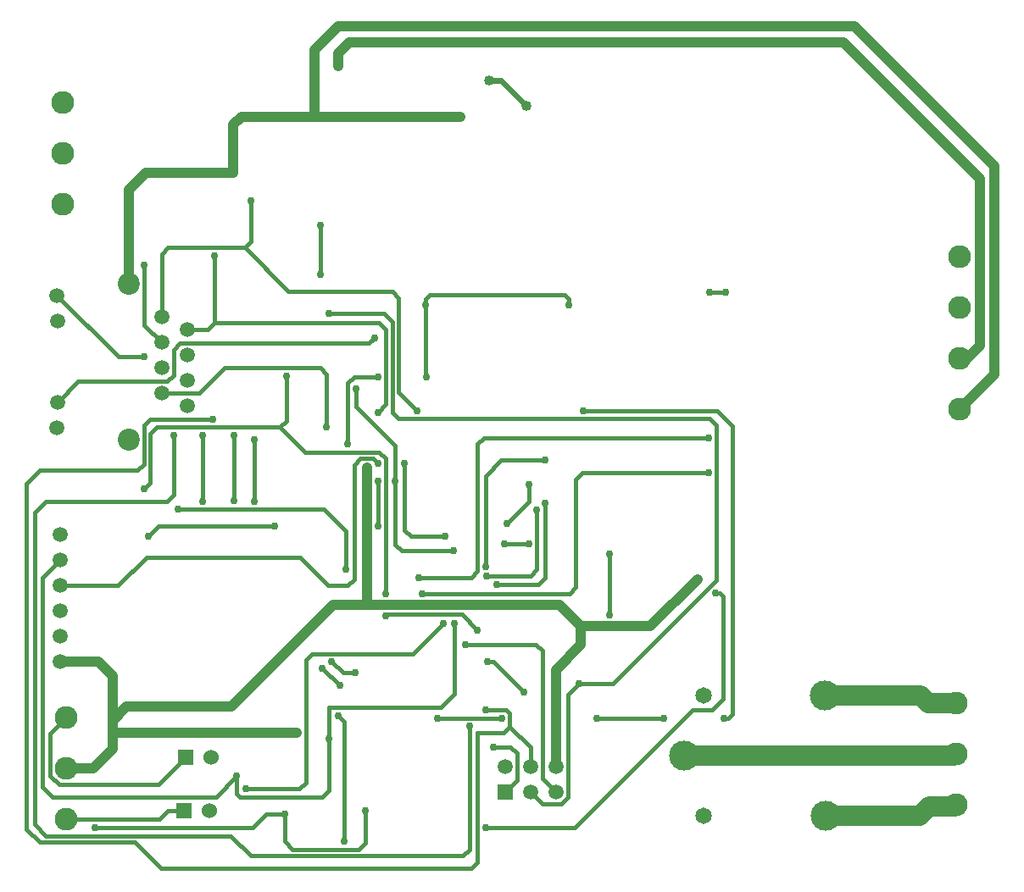
<source format=gbr>
G04 DipTrace 2.1.0.5*
%INBottomCopper.gbr*%
%MOIN*%
%ADD10C,0.0098*%
%ADD11C,0.0055*%
%ADD12C,0.003*%
%ADD13C,0.0173*%
%ADD14C,0.04*%
%ADD15C,0.017*%
%ADD16C,0.01*%
%ADD17C,0.013*%
%ADD18C,0.0236*%
%ADD19C,0.015*%
%ADD20C,0.08*%
%ADD21R,0.0709X0.0669*%
%ADD22R,0.06X0.056*%
%ADD23R,0.056X0.06*%
%ADD24R,0.02X0.1181*%
%ADD25R,0.0295X0.1772*%
%ADD26R,0.1181X0.02*%
%ADD27R,0.0512X0.0335*%
%ADD28R,0.0906X0.0906*%
%ADD29R,0.07X0.03*%
%ADD30O,0.07X0.03*%
%ADD31C,0.09*%
%ADD32R,0.0394X0.0984*%
%ADD33C,0.0187*%
%ADD34R,0.0709X0.0197*%
%ADD35R,0.0197X0.0709*%
%ADD36R,0.059X0.059*%
%ADD37C,0.059*%
%ADD38R,0.0961X0.0445*%
%ADD39R,0.06X0.06*%
%ADD40C,0.06*%
%ADD41R,0.118X0.217*%
%ADD42R,0.1024X0.0551*%
%ADD43R,0.032X0.032*%
%ADD44R,0.0512X0.0591*%
%ADD45C,0.065*%
%ADD46C,0.118*%
%ADD47C,0.059*%
%ADD48R,0.0866X0.0236*%
%ADD49R,0.0925X0.0236*%
%ADD50R,0.0768X0.0236*%
%ADD51R,0.0394X0.063*%
%ADD52R,0.2165X0.2126*%
%ADD53R,0.2165X0.0787*%
%ADD54C,0.0866*%
%ADD55R,0.0315X0.0591*%
%ADD56R,0.0315X0.0787*%
%ADD57C,0.03*%
%ADD58C,0.02*%
%ADD59C,0.126*%
%ADD60C,0.118*%
%ADD61C,0.05*%
%ADD62C,0.035*%
%ADD63C,0.063*%
%ADD64C,0.008*%
%ADD65C,0.038*%
%ADD66C,0.022*%
%ADD67C,0.048*%
%ADD68C,0.032*%
%ADD69R,0.0395X0.0868*%
%ADD70R,0.0235X0.0707*%
%ADD71R,0.0395X0.0671*%
%ADD72R,0.0235X0.051*%
%ADD73C,0.0946*%
%ADD74C,0.0786*%
%ADD75R,0.2246X0.0868*%
%ADD76R,0.2085X0.0707*%
%ADD77R,0.2246X0.2206*%
%ADD78R,0.2085X0.2046*%
%ADD79R,0.0474X0.071*%
%ADD80R,0.0313X0.055*%
%ADD81R,0.0848X0.0317*%
%ADD82R,0.0687X0.0156*%
%ADD83R,0.1006X0.0317*%
%ADD84R,0.0845X0.0156*%
%ADD85R,0.0946X0.0317*%
%ADD86R,0.0786X0.0156*%
%ADD87C,0.067*%
%ADD88C,0.051*%
%ADD89C,0.126*%
%ADD90C,0.11*%
%ADD91C,0.073*%
%ADD92C,0.057*%
%ADD93R,0.0592X0.0671*%
%ADD94R,0.0431X0.051*%
%ADD95R,0.04X0.04*%
%ADD96R,0.024X0.024*%
%ADD97R,0.1104X0.0631*%
%ADD98R,0.0943X0.0471*%
%ADD99R,0.126X0.225*%
%ADD100R,0.11X0.209*%
%ADD101C,0.068*%
%ADD102C,0.052*%
%ADD103R,0.068X0.068*%
%ADD104R,0.052X0.052*%
%ADD105R,0.1041X0.0525*%
%ADD106R,0.088X0.0365*%
%ADD107C,0.067*%
%ADD108C,0.051*%
%ADD109R,0.067X0.067*%
%ADD110R,0.051X0.051*%
%ADD111R,0.0277X0.0789*%
%ADD112R,0.0117X0.0628*%
%ADD113R,0.0789X0.0277*%
%ADD114R,0.0628X0.0117*%
%ADD115R,0.0474X0.1065*%
%ADD116R,0.0313X0.0904*%
%ADD117C,0.098*%
%ADD118C,0.082*%
%ADD119O,0.078X0.038*%
%ADD120O,0.062X0.022*%
%ADD121R,0.078X0.038*%
%ADD122R,0.062X0.022*%
%ADD123R,0.0986X0.0986*%
%ADD124R,0.0825X0.0825*%
%ADD125R,0.0592X0.0415*%
%ADD126R,0.0431X0.0254*%
%ADD127R,0.1261X0.028*%
%ADD128R,0.1101X0.012*%
%ADD129R,0.0376X0.1852*%
%ADD130R,0.0215X0.1691*%
%ADD131R,0.028X0.1261*%
%ADD132R,0.012X0.1101*%
%ADD133R,0.064X0.068*%
%ADD134R,0.048X0.052*%
%ADD135R,0.068X0.064*%
%ADD136R,0.052X0.048*%
%ADD137R,0.0789X0.075*%
%ADD138R,0.0628X0.0589*%
%ADD139C,0.0093*%
%ADD140C,0.0154*%
%ADD141C,0.0124*%
%FSLAX44Y44*%
%SFA1B1*%
%OFA0B0*%
G04*
G70*
G90*
G75*
G01*
%LNBottom*%
%LPD*%
X5197Y16377D2*
D13*
X5425Y16605D1*
Y18537D1*
X5678Y18790D1*
X10523D1*
X11503Y17809D1*
X14432D1*
X14685Y17556D1*
Y12244D1*
X10523Y18790D2*
X10776Y19043D1*
Y20815D1*
X14685Y11384D2*
X14742Y11440D1*
X17668D1*
X18295Y10813D1*
X13509Y20315D2*
Y19605D1*
X15052Y18062D1*
Y16682D1*
X17814Y10251D2*
X20578D1*
X20839Y9991D1*
Y4976D1*
X21377Y4438D1*
X14369Y14914D2*
Y16682D1*
X5343Y14501D2*
X5755Y14914D1*
X10316D1*
X15052Y16682D2*
Y14175D1*
X15305Y13922D1*
X17346D1*
X12814Y33003D2*
D14*
Y33504D1*
X13251Y33941D1*
X32691D1*
X38066Y28565D1*
Y22002D1*
X37567Y21503D1*
X37254D1*
X14369Y20782D2*
D13*
X13446D1*
X13192Y20529D1*
Y18126D1*
X21869Y23609D2*
Y23851D1*
X21720Y24000D1*
X16410D1*
X16260Y23850D1*
Y23610D1*
Y20802D1*
X16281Y20782D1*
X13126Y13189D2*
D15*
Y14689D1*
X12251Y15564D1*
X6501D1*
X14254Y22315D2*
D13*
X14028Y22089D1*
X6591D1*
X6337Y21836D1*
Y20842D1*
X6084Y20589D1*
X2597D1*
X1769Y19761D1*
X20124Y8370D2*
X18930Y9564D1*
X18689D1*
X23495Y13814D2*
Y11394D1*
X20307Y14214D2*
X19365D1*
X20940Y15814D2*
Y12870D1*
X20687Y12617D1*
X19048D1*
X20624Y15545D2*
Y13186D1*
X20370Y12933D1*
X18653D1*
X20940Y17502D2*
X19231D1*
X18607Y16877D1*
Y13313D1*
X20307Y16545D2*
Y15869D1*
X19447Y15009D1*
X27969Y7344D2*
X28164D1*
X28320Y7500D1*
Y18843D1*
X27716Y19447D1*
X22439D1*
X22998Y7344D2*
X25632D1*
X16719D2*
X19242D1*
X27652Y12254D2*
X27826D1*
X27960Y12120D1*
Y8100D1*
X27521Y7661D1*
X26746D1*
X22124Y3039D1*
X18613D1*
X17980Y7028D2*
Y2184D1*
X17727Y1931D1*
X9370D1*
X8583Y2717D1*
X1331D1*
X875Y3173D1*
Y15425D1*
X1331Y15881D1*
X6084D1*
X6337Y16134D1*
Y18473D1*
X18744Y32441D2*
D18*
X19224D1*
X20224Y31441D1*
X26940Y12814D2*
D14*
X25090Y10964D1*
X22352D1*
X17627Y31003D2*
X11876D1*
Y33629D1*
X12814Y34566D1*
X33128D1*
X38629Y29066D1*
Y20878D1*
X37254Y19503D1*
X13064Y2500D2*
D15*
Y7188D1*
X12814Y7438D1*
X21377Y5438D2*
D14*
Y9251D1*
X22352Y10226D1*
Y10964D1*
X1875Y9564D2*
X3375D1*
X3938Y9001D1*
Y7251D1*
Y6771D1*
X11179D1*
X13939Y11876D2*
Y17189D1*
X4586Y24431D2*
Y28151D1*
X5251Y28816D1*
X8626D1*
X2125Y5376D2*
X3188D1*
X3938Y6126D1*
Y6771D1*
X13939Y11876D2*
Y11814D1*
X12626D1*
X8626Y7813D1*
X4500D1*
X3938Y7251D1*
X22352Y10964D2*
X21502Y11814D1*
X13939D1*
X8626Y28816D2*
X8688D1*
Y30691D1*
X9001Y31003D1*
X11876D1*
X5172Y21558D2*
D13*
X4187D1*
X1763Y23982D1*
X7492Y15879D2*
Y18473D1*
X19377Y4438D2*
X19839Y4900D1*
Y5963D1*
X19586Y6216D1*
X18925D1*
X18609Y7661D2*
X19429D1*
X19558Y7532D1*
Y7012D1*
X20377Y6193D1*
Y5438D1*
X7872Y19106D2*
X5425D1*
X5172Y18853D1*
Y17350D1*
X4919Y17097D1*
X1077D1*
X563Y16582D1*
Y2979D1*
X1077Y2464D1*
X4823D1*
X5863Y1424D1*
X18044D1*
X18297Y1677D1*
Y6759D1*
X19305D1*
X19558Y7012D1*
X6813Y5813D2*
X5747Y4747D1*
X1837D1*
X1500Y5083D1*
Y6751D1*
X2125Y7376D1*
X6751Y3688D2*
X6107D1*
X5795Y3376D1*
X2125D1*
X28061Y24101D2*
X27409D1*
X12189Y9313D2*
X12876Y8626D1*
X31954Y8225D2*
D20*
X35717D1*
X36004Y7938D1*
X37106D1*
X37118Y7951D1*
X13500Y9120D2*
D13*
X13007D1*
X12564Y9564D1*
X26403Y5863D2*
D20*
X37030D1*
X37118Y5951D1*
X31994Y3500D2*
X35691D1*
X36066Y3875D1*
X37043D1*
X37118Y3951D1*
X9505Y15879D2*
D13*
Y18315D1*
X12102Y24815D2*
Y26735D1*
X5186Y25169D2*
Y22817D1*
X5876Y22127D1*
X12355Y18815D2*
Y20878D1*
X12102Y21132D1*
X8342D1*
X7337Y20127D1*
X5876D1*
X8734Y15914D2*
Y18473D1*
X1875Y13564D2*
X1188Y12876D1*
Y4643D1*
X1584Y4246D1*
X8001D1*
X8818Y5063D1*
X12442Y6527D2*
Y7755D1*
X16841D1*
X17377Y8291D1*
Y11064D1*
X8818Y5063D2*
Y4371D1*
X8942Y4246D1*
X12189D1*
X12442Y4500D1*
Y6527D1*
X12439Y23252D2*
X14634D1*
X14939Y22948D1*
Y19384D1*
X15192Y19130D1*
X27434D1*
X27687Y18877D1*
Y12760D1*
X23613Y8687D1*
X22274D1*
X21839Y8252D1*
Y4229D1*
X21586Y3976D1*
X20839D1*
X20377Y4438D1*
X15997Y12877D2*
X18037D1*
X18290Y13130D1*
Y18124D1*
X18544Y18377D1*
X27370D1*
Y17002D2*
X22411D1*
X22158Y16749D1*
Y12497D1*
X21905Y12244D1*
X16127D1*
X15901Y19447D2*
X15192Y20156D1*
Y23882D1*
X14939Y24135D1*
X10864D1*
X9137Y25861D1*
X6129D1*
X5876Y25608D1*
Y23127D1*
X9390Y27690D2*
Y26115D1*
X9137Y25861D1*
X6876Y22627D2*
X7681D1*
X7938Y22885D1*
X14432D1*
X14685Y22632D1*
Y19700D1*
X14369Y19384D1*
X7938Y22885D2*
Y25545D1*
X9197Y4563D2*
X11292D1*
X11545Y4816D1*
Y9627D1*
X11798Y9880D1*
X15756D1*
X16939Y11064D1*
X13879Y3688D2*
Y2437D1*
X13626Y2184D1*
X11028D1*
X10701Y2510D1*
Y3563D1*
X15432Y17378D2*
Y14745D1*
X15685Y14492D1*
X17029D1*
X1875Y12564D2*
X4164D1*
X5280Y13680D1*
X11310D1*
X12426Y12564D1*
X13190D1*
X13443Y12817D1*
Y17303D1*
X13696Y17556D1*
X14191D1*
X14369Y17378D1*
X10701Y3563D2*
X9986D1*
X9457Y3034D1*
X3254D1*
D57*
X18295Y10813D3*
X14685Y11384D3*
Y12244D3*
X5197Y16377D3*
X10776Y20815D3*
X17346Y13922D3*
X13509Y20315D3*
X17814Y10251D3*
X14369Y16682D3*
X15052D3*
X10316Y14914D3*
X5343Y14501D3*
X14369Y14914D3*
D14*
X12814Y33003D3*
D57*
X13192Y18126D3*
X16281Y20782D3*
X21869Y23609D3*
X16260Y23610D3*
X14369Y20782D3*
X6501Y15564D3*
X13126Y13189D3*
X14254Y22315D3*
X18689Y9564D3*
X20124Y8370D3*
X23495Y11394D3*
Y13814D3*
X20307Y14214D3*
X19365D3*
X19048Y12617D3*
X20940Y15814D3*
X18653Y12933D3*
X20624Y15545D3*
X18607Y13313D3*
X20940Y17502D3*
X19447Y15009D3*
X20307Y16545D3*
X22439Y19447D3*
X27969Y7344D3*
X25632D3*
X22998D3*
X19242D3*
X16719D3*
X18613Y3039D3*
X27652Y12254D3*
X6337Y18473D3*
X17980Y7028D3*
D14*
X11179Y6771D3*
X20224Y31441D3*
X18744Y32441D3*
D57*
X12814Y7438D3*
X13064Y2500D3*
D14*
X26940Y12814D3*
X22352Y10964D3*
X13939Y17189D3*
Y11876D3*
X17627Y31003D3*
X8626Y28816D3*
D57*
X5172Y21558D3*
X7492Y18473D3*
Y15879D3*
X18925Y6216D3*
X18609Y7661D3*
X7872Y19106D3*
X27409Y24101D3*
X28061D3*
X12876Y8626D3*
X12189Y9313D3*
X12564Y9564D3*
X13500Y9120D3*
X9505Y18315D3*
Y15879D3*
X12102Y26735D3*
Y24815D3*
X5186Y25169D3*
X12355Y18815D3*
X8734Y18473D3*
Y15914D3*
X8818Y5063D3*
X17377Y11064D3*
X12442Y6527D3*
X22274Y8687D3*
X12439Y23252D3*
X27370Y18377D3*
X15997Y12877D3*
X16127Y12244D3*
X27370Y17002D3*
X15901Y19447D3*
X9390Y27690D3*
X14369Y19384D3*
X7938Y25545D3*
X16939Y11064D3*
X9197Y4563D3*
X3254Y3034D3*
X17029Y14492D3*
X15432Y17378D3*
X14369D3*
X13879Y3688D3*
X10701Y3563D3*
D31*
X37254Y25503D3*
Y23503D3*
Y21503D3*
Y19503D3*
X2125Y7376D3*
Y5376D3*
Y3376D3*
X37118Y3951D3*
Y5951D3*
Y7951D3*
D36*
X19377Y4438D3*
D37*
Y5438D3*
X20377Y4438D3*
Y5438D3*
X21377Y4438D3*
Y5438D3*
D39*
X6813Y5813D3*
D40*
X7813D3*
D39*
X6751Y3688D3*
D40*
X7751D3*
D45*
X27191Y3500D3*
Y8225D3*
D46*
X31994Y3500D3*
X31954Y8225D3*
X26403Y5863D3*
D31*
X2000Y31566D3*
Y29566D3*
Y27566D3*
D47*
X1875Y14564D3*
Y13564D3*
Y12564D3*
Y11564D3*
Y10564D3*
Y9564D3*
X5876Y23127D3*
X6876Y22627D3*
X5876Y22127D3*
X6876Y21627D3*
X5876Y21127D3*
X6876Y20627D3*
X5876Y20127D3*
X6876Y19627D3*
X1763Y23982D3*
X1769Y22982D3*
Y19761D3*
X1750Y18753D3*
D54*
X4586Y24431D3*
X4572Y18318D3*
M02*

</source>
